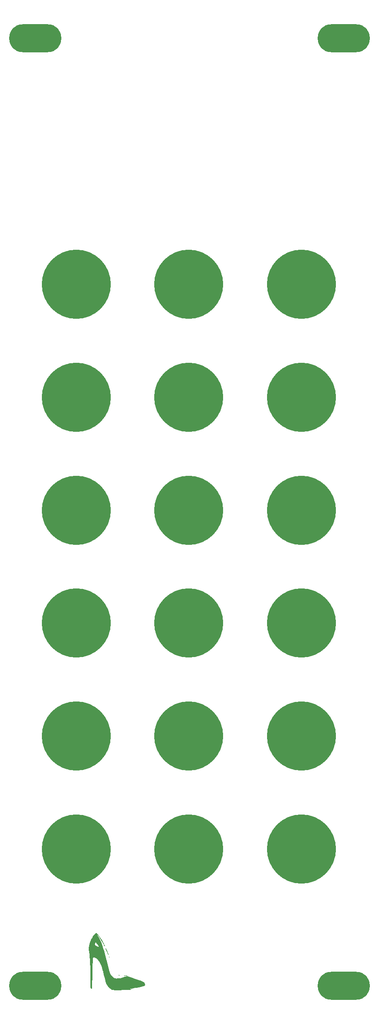
<source format=gbr>
G04 #@! TF.GenerationSoftware,KiCad,Pcbnew,(5.1.7)-1*
G04 #@! TF.CreationDate,2023-03-06T19:58:32+00:00*
G04 #@! TF.ProjectId,KOSMO-POLY6-JACKS,4b4f534d-4f2d-4504-9f4c-59362d4a4143,V0.1.0*
G04 #@! TF.SameCoordinates,Original*
G04 #@! TF.FileFunction,Soldermask,Bot*
G04 #@! TF.FilePolarity,Negative*
%FSLAX46Y46*%
G04 Gerber Fmt 4.6, Leading zero omitted, Abs format (unit mm)*
G04 Created by KiCad (PCBNEW (5.1.7)-1) date 2023-03-06 19:58:32*
%MOMM*%
%LPD*%
G01*
G04 APERTURE LIST*
%ADD10C,0.010000*%
%ADD11C,14.102000*%
%ADD12O,10.702000X5.702000*%
G04 APERTURE END LIST*
D10*
G36*
X123987132Y-190583615D02*
G01*
X124150448Y-190739238D01*
X124299122Y-190909030D01*
X124471192Y-191116659D01*
X124235807Y-190909030D01*
X124116603Y-190805853D01*
X124055389Y-190764495D01*
X124055331Y-190797835D01*
X124119595Y-190918750D01*
X124251345Y-191140118D01*
X124320868Y-191255079D01*
X124545556Y-191650521D01*
X124758207Y-192078426D01*
X124963205Y-192551827D01*
X125164934Y-193083754D01*
X125367777Y-193687238D01*
X125576119Y-194375309D01*
X125794344Y-195160998D01*
X126026836Y-196057336D01*
X126273773Y-197059926D01*
X126455349Y-197762192D01*
X126633085Y-198350032D01*
X126804735Y-198817149D01*
X126968054Y-199157247D01*
X127079995Y-199320838D01*
X127188607Y-199425548D01*
X127358267Y-199567158D01*
X127442329Y-199632282D01*
X127585298Y-199732538D01*
X127714695Y-199792772D01*
X127871985Y-199822449D01*
X128098632Y-199831032D01*
X128307452Y-199829724D01*
X128621711Y-199817305D01*
X128895155Y-199781902D01*
X129179927Y-199713183D01*
X129528168Y-199600812D01*
X129613918Y-199570816D01*
X129934043Y-199460570D01*
X130152672Y-199394792D01*
X130297589Y-199368487D01*
X130396579Y-199376665D01*
X130477427Y-199414330D01*
X130479041Y-199415344D01*
X130623426Y-199485705D01*
X130849277Y-199574161D01*
X131081232Y-199652951D01*
X131755808Y-199866943D01*
X132309766Y-200048000D01*
X132755286Y-200202234D01*
X133104548Y-200335757D01*
X133369731Y-200454684D01*
X133563014Y-200565127D01*
X133696578Y-200673199D01*
X133782603Y-200785013D01*
X133833267Y-200906682D01*
X133860750Y-201044319D01*
X133861279Y-201048267D01*
X133859969Y-201151277D01*
X133803151Y-201224745D01*
X133661620Y-201293221D01*
X133503575Y-201348963D01*
X133307026Y-201403209D01*
X133005676Y-201471976D01*
X132631515Y-201548620D01*
X132216534Y-201626497D01*
X131916668Y-201678558D01*
X131524849Y-201745664D01*
X131182322Y-201807211D01*
X130911673Y-201858904D01*
X130735488Y-201896452D01*
X130676659Y-201914239D01*
X130715224Y-201935441D01*
X130852673Y-201947172D01*
X130910514Y-201947995D01*
X131072718Y-201961246D01*
X131121720Y-201997073D01*
X131112376Y-202010529D01*
X131028304Y-202028470D01*
X130828282Y-202046493D01*
X130534778Y-202063995D01*
X130170260Y-202080371D01*
X129757195Y-202095015D01*
X129318051Y-202107322D01*
X128875297Y-202116688D01*
X128451401Y-202122509D01*
X128068829Y-202124179D01*
X127750050Y-202121093D01*
X127517532Y-202112647D01*
X127465019Y-202108713D01*
X127273390Y-202080533D01*
X127154906Y-202042384D01*
X127136273Y-202021809D01*
X127079188Y-201958935D01*
X126940652Y-201883843D01*
X126929390Y-201879094D01*
X126707086Y-201737547D01*
X126469106Y-201507249D01*
X126251129Y-201227987D01*
X126090729Y-200943851D01*
X126037109Y-200794085D01*
X125956939Y-200532723D01*
X125856659Y-200182599D01*
X125742711Y-199766548D01*
X125621532Y-199307405D01*
X125545015Y-199008821D01*
X125399184Y-198442986D01*
X125275613Y-197989372D01*
X125166847Y-197625008D01*
X125065427Y-197326924D01*
X124963899Y-197072148D01*
X124854804Y-196837709D01*
X124814349Y-196757944D01*
X124574616Y-196347583D01*
X124317040Y-195999905D01*
X124055244Y-195725717D01*
X123802853Y-195535827D01*
X123573490Y-195441041D01*
X123380779Y-195452166D01*
X123270887Y-195533600D01*
X123252584Y-195621092D01*
X123233066Y-195830110D01*
X123212879Y-196143775D01*
X123192568Y-196545205D01*
X123172681Y-197017519D01*
X123153763Y-197543835D01*
X123136362Y-198107272D01*
X123121022Y-198690950D01*
X123108292Y-199277988D01*
X123098716Y-199851503D01*
X123092842Y-200394615D01*
X123091216Y-200890443D01*
X123091841Y-201065570D01*
X123092244Y-201393967D01*
X123085850Y-201608225D01*
X123068147Y-201732602D01*
X123034620Y-201791361D01*
X122980757Y-201808761D01*
X122953421Y-201809575D01*
X122916160Y-201806765D01*
X122886010Y-201789487D01*
X122862206Y-201744470D01*
X122843982Y-201658440D01*
X122830573Y-201518127D01*
X122821214Y-201310258D01*
X122815141Y-201021562D01*
X122811587Y-200638766D01*
X122809789Y-200148599D01*
X122808980Y-199537788D01*
X122808795Y-199300719D01*
X122802289Y-198369148D01*
X122784656Y-197499127D01*
X122756587Y-196702213D01*
X122718770Y-195989959D01*
X122671897Y-195373918D01*
X122616658Y-194865646D01*
X122553743Y-194476695D01*
X122509804Y-194295846D01*
X122469969Y-194003008D01*
X122485881Y-193619934D01*
X122550528Y-193179762D01*
X122656897Y-192715630D01*
X122665226Y-192688769D01*
X123618708Y-192688769D01*
X123618744Y-192886395D01*
X123730339Y-193072249D01*
X123942802Y-193221166D01*
X124065439Y-193268489D01*
X124328877Y-193340804D01*
X124475900Y-193359062D01*
X124506300Y-193339319D01*
X124466370Y-193204779D01*
X124363830Y-193008594D01*
X124224560Y-192795566D01*
X124104274Y-192643332D01*
X123965438Y-192492257D01*
X123878621Y-192432672D01*
X123806518Y-192450327D01*
X123740922Y-192504539D01*
X123618708Y-192688769D01*
X122665226Y-192688769D01*
X122797973Y-192260674D01*
X122966745Y-191848033D01*
X123069950Y-191649168D01*
X123187071Y-191458701D01*
X123338160Y-191232336D01*
X123502634Y-190998430D01*
X123659907Y-190785342D01*
X123789395Y-190621428D01*
X123870514Y-190535047D01*
X123883532Y-190528376D01*
X123987132Y-190583615D01*
G37*
X123987132Y-190583615D02*
X124150448Y-190739238D01*
X124299122Y-190909030D01*
X124471192Y-191116659D01*
X124235807Y-190909030D01*
X124116603Y-190805853D01*
X124055389Y-190764495D01*
X124055331Y-190797835D01*
X124119595Y-190918750D01*
X124251345Y-191140118D01*
X124320868Y-191255079D01*
X124545556Y-191650521D01*
X124758207Y-192078426D01*
X124963205Y-192551827D01*
X125164934Y-193083754D01*
X125367777Y-193687238D01*
X125576119Y-194375309D01*
X125794344Y-195160998D01*
X126026836Y-196057336D01*
X126273773Y-197059926D01*
X126455349Y-197762192D01*
X126633085Y-198350032D01*
X126804735Y-198817149D01*
X126968054Y-199157247D01*
X127079995Y-199320838D01*
X127188607Y-199425548D01*
X127358267Y-199567158D01*
X127442329Y-199632282D01*
X127585298Y-199732538D01*
X127714695Y-199792772D01*
X127871985Y-199822449D01*
X128098632Y-199831032D01*
X128307452Y-199829724D01*
X128621711Y-199817305D01*
X128895155Y-199781902D01*
X129179927Y-199713183D01*
X129528168Y-199600812D01*
X129613918Y-199570816D01*
X129934043Y-199460570D01*
X130152672Y-199394792D01*
X130297589Y-199368487D01*
X130396579Y-199376665D01*
X130477427Y-199414330D01*
X130479041Y-199415344D01*
X130623426Y-199485705D01*
X130849277Y-199574161D01*
X131081232Y-199652951D01*
X131755808Y-199866943D01*
X132309766Y-200048000D01*
X132755286Y-200202234D01*
X133104548Y-200335757D01*
X133369731Y-200454684D01*
X133563014Y-200565127D01*
X133696578Y-200673199D01*
X133782603Y-200785013D01*
X133833267Y-200906682D01*
X133860750Y-201044319D01*
X133861279Y-201048267D01*
X133859969Y-201151277D01*
X133803151Y-201224745D01*
X133661620Y-201293221D01*
X133503575Y-201348963D01*
X133307026Y-201403209D01*
X133005676Y-201471976D01*
X132631515Y-201548620D01*
X132216534Y-201626497D01*
X131916668Y-201678558D01*
X131524849Y-201745664D01*
X131182322Y-201807211D01*
X130911673Y-201858904D01*
X130735488Y-201896452D01*
X130676659Y-201914239D01*
X130715224Y-201935441D01*
X130852673Y-201947172D01*
X130910514Y-201947995D01*
X131072718Y-201961246D01*
X131121720Y-201997073D01*
X131112376Y-202010529D01*
X131028304Y-202028470D01*
X130828282Y-202046493D01*
X130534778Y-202063995D01*
X130170260Y-202080371D01*
X129757195Y-202095015D01*
X129318051Y-202107322D01*
X128875297Y-202116688D01*
X128451401Y-202122509D01*
X128068829Y-202124179D01*
X127750050Y-202121093D01*
X127517532Y-202112647D01*
X127465019Y-202108713D01*
X127273390Y-202080533D01*
X127154906Y-202042384D01*
X127136273Y-202021809D01*
X127079188Y-201958935D01*
X126940652Y-201883843D01*
X126929390Y-201879094D01*
X126707086Y-201737547D01*
X126469106Y-201507249D01*
X126251129Y-201227987D01*
X126090729Y-200943851D01*
X126037109Y-200794085D01*
X125956939Y-200532723D01*
X125856659Y-200182599D01*
X125742711Y-199766548D01*
X125621532Y-199307405D01*
X125545015Y-199008821D01*
X125399184Y-198442986D01*
X125275613Y-197989372D01*
X125166847Y-197625008D01*
X125065427Y-197326924D01*
X124963899Y-197072148D01*
X124854804Y-196837709D01*
X124814349Y-196757944D01*
X124574616Y-196347583D01*
X124317040Y-195999905D01*
X124055244Y-195725717D01*
X123802853Y-195535827D01*
X123573490Y-195441041D01*
X123380779Y-195452166D01*
X123270887Y-195533600D01*
X123252584Y-195621092D01*
X123233066Y-195830110D01*
X123212879Y-196143775D01*
X123192568Y-196545205D01*
X123172681Y-197017519D01*
X123153763Y-197543835D01*
X123136362Y-198107272D01*
X123121022Y-198690950D01*
X123108292Y-199277988D01*
X123098716Y-199851503D01*
X123092842Y-200394615D01*
X123091216Y-200890443D01*
X123091841Y-201065570D01*
X123092244Y-201393967D01*
X123085850Y-201608225D01*
X123068147Y-201732602D01*
X123034620Y-201791361D01*
X122980757Y-201808761D01*
X122953421Y-201809575D01*
X122916160Y-201806765D01*
X122886010Y-201789487D01*
X122862206Y-201744470D01*
X122843982Y-201658440D01*
X122830573Y-201518127D01*
X122821214Y-201310258D01*
X122815141Y-201021562D01*
X122811587Y-200638766D01*
X122809789Y-200148599D01*
X122808980Y-199537788D01*
X122808795Y-199300719D01*
X122802289Y-198369148D01*
X122784656Y-197499127D01*
X122756587Y-196702213D01*
X122718770Y-195989959D01*
X122671897Y-195373918D01*
X122616658Y-194865646D01*
X122553743Y-194476695D01*
X122509804Y-194295846D01*
X122469969Y-194003008D01*
X122485881Y-193619934D01*
X122550528Y-193179762D01*
X122656897Y-192715630D01*
X122665226Y-192688769D01*
X123618708Y-192688769D01*
X123618744Y-192886395D01*
X123730339Y-193072249D01*
X123942802Y-193221166D01*
X124065439Y-193268489D01*
X124328877Y-193340804D01*
X124475900Y-193359062D01*
X124506300Y-193339319D01*
X124466370Y-193204779D01*
X124363830Y-193008594D01*
X124224560Y-192795566D01*
X124104274Y-192643332D01*
X123965438Y-192492257D01*
X123878621Y-192432672D01*
X123806518Y-192450327D01*
X123740922Y-192504539D01*
X123618708Y-192688769D01*
X122665226Y-192688769D01*
X122797973Y-192260674D01*
X122966745Y-191848033D01*
X123069950Y-191649168D01*
X123187071Y-191458701D01*
X123338160Y-191232336D01*
X123502634Y-190998430D01*
X123659907Y-190785342D01*
X123789395Y-190621428D01*
X123870514Y-190535047D01*
X123883532Y-190528376D01*
X123987132Y-190583615D01*
G36*
X130153409Y-199197369D02*
G01*
X130162658Y-199198303D01*
X130228148Y-199211136D01*
X130168853Y-199220871D01*
X129998400Y-199225813D01*
X129939270Y-199226102D01*
X129737233Y-199223052D01*
X129637286Y-199214468D01*
X129655730Y-199202050D01*
X129678189Y-199198861D01*
X129907058Y-199187242D01*
X130153409Y-199197369D01*
G37*
X130153409Y-199197369D02*
X130162658Y-199198303D01*
X130228148Y-199211136D01*
X130168853Y-199220871D01*
X129998400Y-199225813D01*
X129939270Y-199226102D01*
X129737233Y-199223052D01*
X129637286Y-199214468D01*
X129655730Y-199202050D01*
X129678189Y-199198861D01*
X129907058Y-199187242D01*
X130153409Y-199197369D01*
G36*
X128658888Y-199144997D02*
G01*
X128624283Y-199179602D01*
X128589679Y-199144997D01*
X128624283Y-199110392D01*
X128658888Y-199144997D01*
G37*
X128658888Y-199144997D02*
X128624283Y-199179602D01*
X128589679Y-199144997D01*
X128624283Y-199110392D01*
X128658888Y-199144997D01*
G36*
X126651804Y-195407668D02*
G01*
X126617199Y-195442273D01*
X126582594Y-195407668D01*
X126617199Y-195373063D01*
X126651804Y-195407668D01*
G37*
X126651804Y-195407668D02*
X126617199Y-195442273D01*
X126582594Y-195407668D01*
X126617199Y-195373063D01*
X126651804Y-195407668D01*
G36*
X126444174Y-194853989D02*
G01*
X126409570Y-194888594D01*
X126374965Y-194853989D01*
X126409570Y-194819384D01*
X126444174Y-194853989D01*
G37*
X126444174Y-194853989D02*
X126409570Y-194888594D01*
X126374965Y-194853989D01*
X126409570Y-194819384D01*
X126444174Y-194853989D01*
G36*
X126374965Y-194715570D02*
G01*
X126340360Y-194750174D01*
X126305755Y-194715570D01*
X126340360Y-194680965D01*
X126374965Y-194715570D01*
G37*
X126374965Y-194715570D02*
X126340360Y-194750174D01*
X126305755Y-194715570D01*
X126340360Y-194680965D01*
X126374965Y-194715570D01*
G36*
X126282685Y-194496405D02*
G01*
X126290968Y-194578541D01*
X126282685Y-194588685D01*
X126241540Y-194579185D01*
X126236545Y-194542545D01*
X126261868Y-194485578D01*
X126282685Y-194496405D01*
G37*
X126282685Y-194496405D02*
X126290968Y-194578541D01*
X126282685Y-194588685D01*
X126241540Y-194579185D01*
X126236545Y-194542545D01*
X126261868Y-194485578D01*
X126282685Y-194496405D01*
G36*
X126236545Y-194369521D02*
G01*
X126201940Y-194404125D01*
X126167335Y-194369521D01*
X126201940Y-194334916D01*
X126236545Y-194369521D01*
G37*
X126236545Y-194369521D02*
X126201940Y-194404125D01*
X126167335Y-194369521D01*
X126201940Y-194334916D01*
X126236545Y-194369521D01*
G36*
X126167335Y-194231101D02*
G01*
X126132730Y-194265706D01*
X126098125Y-194231101D01*
X126132730Y-194196496D01*
X126167335Y-194231101D01*
G37*
X126167335Y-194231101D02*
X126132730Y-194265706D01*
X126098125Y-194231101D01*
X126132730Y-194196496D01*
X126167335Y-194231101D01*
G36*
X126075056Y-194011937D02*
G01*
X126083339Y-194094072D01*
X126075056Y-194104216D01*
X126033910Y-194094716D01*
X126028916Y-194058076D01*
X126054238Y-194001109D01*
X126075056Y-194011937D01*
G37*
X126075056Y-194011937D02*
X126083339Y-194094072D01*
X126075056Y-194104216D01*
X126033910Y-194094716D01*
X126028916Y-194058076D01*
X126054238Y-194001109D01*
X126075056Y-194011937D01*
G36*
X126028916Y-193885052D02*
G01*
X125994311Y-193919657D01*
X125959706Y-193885052D01*
X125994311Y-193850447D01*
X126028916Y-193885052D01*
G37*
X126028916Y-193885052D02*
X125994311Y-193919657D01*
X125959706Y-193885052D01*
X125994311Y-193850447D01*
X126028916Y-193885052D01*
G36*
X125959706Y-193746632D02*
G01*
X125925101Y-193781237D01*
X125890496Y-193746632D01*
X125925101Y-193712027D01*
X125959706Y-193746632D01*
G37*
X125959706Y-193746632D02*
X125925101Y-193781237D01*
X125890496Y-193746632D01*
X125925101Y-193712027D01*
X125959706Y-193746632D01*
G36*
X125682867Y-193123744D02*
G01*
X125648262Y-193158349D01*
X125613657Y-193123744D01*
X125648262Y-193089139D01*
X125682867Y-193123744D01*
G37*
X125682867Y-193123744D02*
X125648262Y-193158349D01*
X125613657Y-193123744D01*
X125648262Y-193089139D01*
X125682867Y-193123744D01*
G36*
X125613657Y-192985324D02*
G01*
X125579052Y-193019929D01*
X125544447Y-192985324D01*
X125579052Y-192950719D01*
X125613657Y-192985324D01*
G37*
X125613657Y-192985324D02*
X125579052Y-193019929D01*
X125544447Y-192985324D01*
X125579052Y-192950719D01*
X125613657Y-192985324D01*
G36*
X125544447Y-192846905D02*
G01*
X125509842Y-192881510D01*
X125475237Y-192846905D01*
X125509842Y-192812300D01*
X125544447Y-192846905D01*
G37*
X125544447Y-192846905D02*
X125509842Y-192881510D01*
X125475237Y-192846905D01*
X125509842Y-192812300D01*
X125544447Y-192846905D01*
G36*
X125475237Y-192708485D02*
G01*
X125440632Y-192743090D01*
X125406027Y-192708485D01*
X125440632Y-192673880D01*
X125475237Y-192708485D01*
G37*
X125475237Y-192708485D02*
X125440632Y-192743090D01*
X125406027Y-192708485D01*
X125440632Y-192673880D01*
X125475237Y-192708485D01*
G36*
X125406027Y-192570065D02*
G01*
X125371422Y-192604670D01*
X125336818Y-192570065D01*
X125371422Y-192535461D01*
X125406027Y-192570065D01*
G37*
X125406027Y-192570065D02*
X125371422Y-192604670D01*
X125336818Y-192570065D01*
X125371422Y-192535461D01*
X125406027Y-192570065D01*
G36*
X124718676Y-191482335D02*
G01*
X124819823Y-191625530D01*
X124951971Y-191828434D01*
X124972232Y-191860665D01*
X125141726Y-192132090D01*
X125249374Y-192307313D01*
X125306976Y-192407337D01*
X125326332Y-192453162D01*
X125319243Y-192465788D01*
X125312501Y-192466251D01*
X125262861Y-192412019D01*
X125161714Y-192268825D01*
X125029566Y-192065920D01*
X125009305Y-192033689D01*
X124839811Y-191762265D01*
X124732163Y-191587041D01*
X124674561Y-191487017D01*
X124655205Y-191441193D01*
X124662294Y-191428566D01*
X124669036Y-191428104D01*
X124718676Y-191482335D01*
G37*
X124718676Y-191482335D02*
X124819823Y-191625530D01*
X124951971Y-191828434D01*
X124972232Y-191860665D01*
X125141726Y-192132090D01*
X125249374Y-192307313D01*
X125306976Y-192407337D01*
X125326332Y-192453162D01*
X125319243Y-192465788D01*
X125312501Y-192466251D01*
X125262861Y-192412019D01*
X125161714Y-192268825D01*
X125029566Y-192065920D01*
X125009305Y-192033689D01*
X124839811Y-191762265D01*
X124732163Y-191587041D01*
X124674561Y-191487017D01*
X124655205Y-191441193D01*
X124662294Y-191428566D01*
X124669036Y-191428104D01*
X124718676Y-191482335D01*
G36*
X124495606Y-191179260D02*
G01*
X124569323Y-191243597D01*
X124575510Y-191259164D01*
X124542664Y-191287610D01*
X124474281Y-191223869D01*
X124465086Y-191209781D01*
X124456929Y-191162421D01*
X124495606Y-191179260D01*
G37*
X124495606Y-191179260D02*
X124569323Y-191243597D01*
X124575510Y-191259164D01*
X124542664Y-191287610D01*
X124474281Y-191223869D01*
X124465086Y-191209781D01*
X124456929Y-191162421D01*
X124495606Y-191179260D01*
G36*
X123987132Y-190583615D02*
G01*
X124150448Y-190739238D01*
X124299122Y-190909030D01*
X124471192Y-191116659D01*
X124235807Y-190909030D01*
X124116603Y-190805853D01*
X124055389Y-190764495D01*
X124055331Y-190797835D01*
X124119595Y-190918750D01*
X124251345Y-191140118D01*
X124320868Y-191255079D01*
X124545556Y-191650521D01*
X124758207Y-192078426D01*
X124963205Y-192551827D01*
X125164934Y-193083754D01*
X125367777Y-193687238D01*
X125576119Y-194375309D01*
X125794344Y-195160998D01*
X126026836Y-196057336D01*
X126273773Y-197059926D01*
X126455349Y-197762192D01*
X126633085Y-198350032D01*
X126804735Y-198817149D01*
X126968054Y-199157247D01*
X127079995Y-199320838D01*
X127188607Y-199425548D01*
X127358267Y-199567158D01*
X127442329Y-199632282D01*
X127585298Y-199732538D01*
X127714695Y-199792772D01*
X127871985Y-199822449D01*
X128098632Y-199831032D01*
X128307452Y-199829724D01*
X128621711Y-199817305D01*
X128895155Y-199781902D01*
X129179927Y-199713183D01*
X129528168Y-199600812D01*
X129613918Y-199570816D01*
X129934043Y-199460570D01*
X130152672Y-199394792D01*
X130297589Y-199368487D01*
X130396579Y-199376665D01*
X130477427Y-199414330D01*
X130479041Y-199415344D01*
X130623426Y-199485705D01*
X130849277Y-199574161D01*
X131081232Y-199652951D01*
X131755808Y-199866943D01*
X132309766Y-200048000D01*
X132755286Y-200202234D01*
X133104548Y-200335757D01*
X133369731Y-200454684D01*
X133563014Y-200565127D01*
X133696578Y-200673199D01*
X133782603Y-200785013D01*
X133833267Y-200906682D01*
X133860750Y-201044319D01*
X133861279Y-201048267D01*
X133859969Y-201151277D01*
X133803151Y-201224745D01*
X133661620Y-201293221D01*
X133503575Y-201348963D01*
X133307026Y-201403209D01*
X133005676Y-201471976D01*
X132631515Y-201548620D01*
X132216534Y-201626497D01*
X131916668Y-201678558D01*
X131524849Y-201745664D01*
X131182322Y-201807211D01*
X130911673Y-201858904D01*
X130735488Y-201896452D01*
X130676659Y-201914239D01*
X130715224Y-201935441D01*
X130852673Y-201947172D01*
X130910514Y-201947995D01*
X131072718Y-201961246D01*
X131121720Y-201997073D01*
X131112376Y-202010529D01*
X131028304Y-202028470D01*
X130828282Y-202046493D01*
X130534778Y-202063995D01*
X130170260Y-202080371D01*
X129757195Y-202095015D01*
X129318051Y-202107322D01*
X128875297Y-202116688D01*
X128451401Y-202122509D01*
X128068829Y-202124179D01*
X127750050Y-202121093D01*
X127517532Y-202112647D01*
X127465019Y-202108713D01*
X127273390Y-202080533D01*
X127154906Y-202042384D01*
X127136273Y-202021809D01*
X127079188Y-201958935D01*
X126940652Y-201883843D01*
X126929390Y-201879094D01*
X126707086Y-201737547D01*
X126469106Y-201507249D01*
X126251129Y-201227987D01*
X126090729Y-200943851D01*
X126037109Y-200794085D01*
X125956939Y-200532723D01*
X125856659Y-200182599D01*
X125742711Y-199766548D01*
X125621532Y-199307405D01*
X125545015Y-199008821D01*
X125399184Y-198442986D01*
X125275613Y-197989372D01*
X125166847Y-197625008D01*
X125065427Y-197326924D01*
X124963899Y-197072148D01*
X124854804Y-196837709D01*
X124814349Y-196757944D01*
X124574616Y-196347583D01*
X124317040Y-195999905D01*
X124055244Y-195725717D01*
X123802853Y-195535827D01*
X123573490Y-195441041D01*
X123380779Y-195452166D01*
X123270887Y-195533600D01*
X123252584Y-195621092D01*
X123233066Y-195830110D01*
X123212879Y-196143775D01*
X123192568Y-196545205D01*
X123172681Y-197017519D01*
X123153763Y-197543835D01*
X123136362Y-198107272D01*
X123121022Y-198690950D01*
X123108292Y-199277988D01*
X123098716Y-199851503D01*
X123092842Y-200394615D01*
X123091216Y-200890443D01*
X123091841Y-201065570D01*
X123092244Y-201393967D01*
X123085850Y-201608225D01*
X123068147Y-201732602D01*
X123034620Y-201791361D01*
X122980757Y-201808761D01*
X122953421Y-201809575D01*
X122916160Y-201806765D01*
X122886010Y-201789487D01*
X122862206Y-201744470D01*
X122843982Y-201658440D01*
X122830573Y-201518127D01*
X122821214Y-201310258D01*
X122815141Y-201021562D01*
X122811587Y-200638766D01*
X122809789Y-200148599D01*
X122808980Y-199537788D01*
X122808795Y-199300719D01*
X122802289Y-198369148D01*
X122784656Y-197499127D01*
X122756587Y-196702213D01*
X122718770Y-195989959D01*
X122671897Y-195373918D01*
X122616658Y-194865646D01*
X122553743Y-194476695D01*
X122509804Y-194295846D01*
X122469969Y-194003008D01*
X122485881Y-193619934D01*
X122550528Y-193179762D01*
X122656897Y-192715630D01*
X122665226Y-192688769D01*
X123618708Y-192688769D01*
X123618744Y-192886395D01*
X123730339Y-193072249D01*
X123942802Y-193221166D01*
X124065439Y-193268489D01*
X124328877Y-193340804D01*
X124475900Y-193359062D01*
X124506300Y-193339319D01*
X124466370Y-193204779D01*
X124363830Y-193008594D01*
X124224560Y-192795566D01*
X124104274Y-192643332D01*
X123965438Y-192492257D01*
X123878621Y-192432672D01*
X123806518Y-192450327D01*
X123740922Y-192504539D01*
X123618708Y-192688769D01*
X122665226Y-192688769D01*
X122797973Y-192260674D01*
X122966745Y-191848033D01*
X123069950Y-191649168D01*
X123187071Y-191458701D01*
X123338160Y-191232336D01*
X123502634Y-190998430D01*
X123659907Y-190785342D01*
X123789395Y-190621428D01*
X123870514Y-190535047D01*
X123883532Y-190528376D01*
X123987132Y-190583615D01*
G37*
X123987132Y-190583615D02*
X124150448Y-190739238D01*
X124299122Y-190909030D01*
X124471192Y-191116659D01*
X124235807Y-190909030D01*
X124116603Y-190805853D01*
X124055389Y-190764495D01*
X124055331Y-190797835D01*
X124119595Y-190918750D01*
X124251345Y-191140118D01*
X124320868Y-191255079D01*
X124545556Y-191650521D01*
X124758207Y-192078426D01*
X124963205Y-192551827D01*
X125164934Y-193083754D01*
X125367777Y-193687238D01*
X125576119Y-194375309D01*
X125794344Y-195160998D01*
X126026836Y-196057336D01*
X126273773Y-197059926D01*
X126455349Y-197762192D01*
X126633085Y-198350032D01*
X126804735Y-198817149D01*
X126968054Y-199157247D01*
X127079995Y-199320838D01*
X127188607Y-199425548D01*
X127358267Y-199567158D01*
X127442329Y-199632282D01*
X127585298Y-199732538D01*
X127714695Y-199792772D01*
X127871985Y-199822449D01*
X128098632Y-199831032D01*
X128307452Y-199829724D01*
X128621711Y-199817305D01*
X128895155Y-199781902D01*
X129179927Y-199713183D01*
X129528168Y-199600812D01*
X129613918Y-199570816D01*
X129934043Y-199460570D01*
X130152672Y-199394792D01*
X130297589Y-199368487D01*
X130396579Y-199376665D01*
X130477427Y-199414330D01*
X130479041Y-199415344D01*
X130623426Y-199485705D01*
X130849277Y-199574161D01*
X131081232Y-199652951D01*
X131755808Y-199866943D01*
X132309766Y-200048000D01*
X132755286Y-200202234D01*
X133104548Y-200335757D01*
X133369731Y-200454684D01*
X133563014Y-200565127D01*
X133696578Y-200673199D01*
X133782603Y-200785013D01*
X133833267Y-200906682D01*
X133860750Y-201044319D01*
X133861279Y-201048267D01*
X133859969Y-201151277D01*
X133803151Y-201224745D01*
X133661620Y-201293221D01*
X133503575Y-201348963D01*
X133307026Y-201403209D01*
X133005676Y-201471976D01*
X132631515Y-201548620D01*
X132216534Y-201626497D01*
X131916668Y-201678558D01*
X131524849Y-201745664D01*
X131182322Y-201807211D01*
X130911673Y-201858904D01*
X130735488Y-201896452D01*
X130676659Y-201914239D01*
X130715224Y-201935441D01*
X130852673Y-201947172D01*
X130910514Y-201947995D01*
X131072718Y-201961246D01*
X131121720Y-201997073D01*
X131112376Y-202010529D01*
X131028304Y-202028470D01*
X130828282Y-202046493D01*
X130534778Y-202063995D01*
X130170260Y-202080371D01*
X129757195Y-202095015D01*
X129318051Y-202107322D01*
X128875297Y-202116688D01*
X128451401Y-202122509D01*
X128068829Y-202124179D01*
X127750050Y-202121093D01*
X127517532Y-202112647D01*
X127465019Y-202108713D01*
X127273390Y-202080533D01*
X127154906Y-202042384D01*
X127136273Y-202021809D01*
X127079188Y-201958935D01*
X126940652Y-201883843D01*
X126929390Y-201879094D01*
X126707086Y-201737547D01*
X126469106Y-201507249D01*
X126251129Y-201227987D01*
X126090729Y-200943851D01*
X126037109Y-200794085D01*
X125956939Y-200532723D01*
X125856659Y-200182599D01*
X125742711Y-199766548D01*
X125621532Y-199307405D01*
X125545015Y-199008821D01*
X125399184Y-198442986D01*
X125275613Y-197989372D01*
X125166847Y-197625008D01*
X125065427Y-197326924D01*
X124963899Y-197072148D01*
X124854804Y-196837709D01*
X124814349Y-196757944D01*
X124574616Y-196347583D01*
X124317040Y-195999905D01*
X124055244Y-195725717D01*
X123802853Y-195535827D01*
X123573490Y-195441041D01*
X123380779Y-195452166D01*
X123270887Y-195533600D01*
X123252584Y-195621092D01*
X123233066Y-195830110D01*
X123212879Y-196143775D01*
X123192568Y-196545205D01*
X123172681Y-197017519D01*
X123153763Y-197543835D01*
X123136362Y-198107272D01*
X123121022Y-198690950D01*
X123108292Y-199277988D01*
X123098716Y-199851503D01*
X123092842Y-200394615D01*
X123091216Y-200890443D01*
X123091841Y-201065570D01*
X123092244Y-201393967D01*
X123085850Y-201608225D01*
X123068147Y-201732602D01*
X123034620Y-201791361D01*
X122980757Y-201808761D01*
X122953421Y-201809575D01*
X122916160Y-201806765D01*
X122886010Y-201789487D01*
X122862206Y-201744470D01*
X122843982Y-201658440D01*
X122830573Y-201518127D01*
X122821214Y-201310258D01*
X122815141Y-201021562D01*
X122811587Y-200638766D01*
X122809789Y-200148599D01*
X122808980Y-199537788D01*
X122808795Y-199300719D01*
X122802289Y-198369148D01*
X122784656Y-197499127D01*
X122756587Y-196702213D01*
X122718770Y-195989959D01*
X122671897Y-195373918D01*
X122616658Y-194865646D01*
X122553743Y-194476695D01*
X122509804Y-194295846D01*
X122469969Y-194003008D01*
X122485881Y-193619934D01*
X122550528Y-193179762D01*
X122656897Y-192715630D01*
X122665226Y-192688769D01*
X123618708Y-192688769D01*
X123618744Y-192886395D01*
X123730339Y-193072249D01*
X123942802Y-193221166D01*
X124065439Y-193268489D01*
X124328877Y-193340804D01*
X124475900Y-193359062D01*
X124506300Y-193339319D01*
X124466370Y-193204779D01*
X124363830Y-193008594D01*
X124224560Y-192795566D01*
X124104274Y-192643332D01*
X123965438Y-192492257D01*
X123878621Y-192432672D01*
X123806518Y-192450327D01*
X123740922Y-192504539D01*
X123618708Y-192688769D01*
X122665226Y-192688769D01*
X122797973Y-192260674D01*
X122966745Y-191848033D01*
X123069950Y-191649168D01*
X123187071Y-191458701D01*
X123338160Y-191232336D01*
X123502634Y-190998430D01*
X123659907Y-190785342D01*
X123789395Y-190621428D01*
X123870514Y-190535047D01*
X123883532Y-190528376D01*
X123987132Y-190583615D01*
G36*
X130153409Y-199197369D02*
G01*
X130162658Y-199198303D01*
X130228148Y-199211136D01*
X130168853Y-199220871D01*
X129998400Y-199225813D01*
X129939270Y-199226102D01*
X129737233Y-199223052D01*
X129637286Y-199214468D01*
X129655730Y-199202050D01*
X129678189Y-199198861D01*
X129907058Y-199187242D01*
X130153409Y-199197369D01*
G37*
X130153409Y-199197369D02*
X130162658Y-199198303D01*
X130228148Y-199211136D01*
X130168853Y-199220871D01*
X129998400Y-199225813D01*
X129939270Y-199226102D01*
X129737233Y-199223052D01*
X129637286Y-199214468D01*
X129655730Y-199202050D01*
X129678189Y-199198861D01*
X129907058Y-199187242D01*
X130153409Y-199197369D01*
G36*
X128658888Y-199144997D02*
G01*
X128624283Y-199179602D01*
X128589679Y-199144997D01*
X128624283Y-199110392D01*
X128658888Y-199144997D01*
G37*
X128658888Y-199144997D02*
X128624283Y-199179602D01*
X128589679Y-199144997D01*
X128624283Y-199110392D01*
X128658888Y-199144997D01*
G36*
X126651804Y-195407668D02*
G01*
X126617199Y-195442273D01*
X126582594Y-195407668D01*
X126617199Y-195373063D01*
X126651804Y-195407668D01*
G37*
X126651804Y-195407668D02*
X126617199Y-195442273D01*
X126582594Y-195407668D01*
X126617199Y-195373063D01*
X126651804Y-195407668D01*
G36*
X126444174Y-194853989D02*
G01*
X126409570Y-194888594D01*
X126374965Y-194853989D01*
X126409570Y-194819384D01*
X126444174Y-194853989D01*
G37*
X126444174Y-194853989D02*
X126409570Y-194888594D01*
X126374965Y-194853989D01*
X126409570Y-194819384D01*
X126444174Y-194853989D01*
G36*
X126374965Y-194715570D02*
G01*
X126340360Y-194750174D01*
X126305755Y-194715570D01*
X126340360Y-194680965D01*
X126374965Y-194715570D01*
G37*
X126374965Y-194715570D02*
X126340360Y-194750174D01*
X126305755Y-194715570D01*
X126340360Y-194680965D01*
X126374965Y-194715570D01*
G36*
X126282685Y-194496405D02*
G01*
X126290968Y-194578541D01*
X126282685Y-194588685D01*
X126241540Y-194579185D01*
X126236545Y-194542545D01*
X126261868Y-194485578D01*
X126282685Y-194496405D01*
G37*
X126282685Y-194496405D02*
X126290968Y-194578541D01*
X126282685Y-194588685D01*
X126241540Y-194579185D01*
X126236545Y-194542545D01*
X126261868Y-194485578D01*
X126282685Y-194496405D01*
G36*
X126236545Y-194369521D02*
G01*
X126201940Y-194404125D01*
X126167335Y-194369521D01*
X126201940Y-194334916D01*
X126236545Y-194369521D01*
G37*
X126236545Y-194369521D02*
X126201940Y-194404125D01*
X126167335Y-194369521D01*
X126201940Y-194334916D01*
X126236545Y-194369521D01*
G36*
X126167335Y-194231101D02*
G01*
X126132730Y-194265706D01*
X126098125Y-194231101D01*
X126132730Y-194196496D01*
X126167335Y-194231101D01*
G37*
X126167335Y-194231101D02*
X126132730Y-194265706D01*
X126098125Y-194231101D01*
X126132730Y-194196496D01*
X126167335Y-194231101D01*
G36*
X126075056Y-194011937D02*
G01*
X126083339Y-194094072D01*
X126075056Y-194104216D01*
X126033910Y-194094716D01*
X126028916Y-194058076D01*
X126054238Y-194001109D01*
X126075056Y-194011937D01*
G37*
X126075056Y-194011937D02*
X126083339Y-194094072D01*
X126075056Y-194104216D01*
X126033910Y-194094716D01*
X126028916Y-194058076D01*
X126054238Y-194001109D01*
X126075056Y-194011937D01*
G36*
X126028916Y-193885052D02*
G01*
X125994311Y-193919657D01*
X125959706Y-193885052D01*
X125994311Y-193850447D01*
X126028916Y-193885052D01*
G37*
X126028916Y-193885052D02*
X125994311Y-193919657D01*
X125959706Y-193885052D01*
X125994311Y-193850447D01*
X126028916Y-193885052D01*
G36*
X125959706Y-193746632D02*
G01*
X125925101Y-193781237D01*
X125890496Y-193746632D01*
X125925101Y-193712027D01*
X125959706Y-193746632D01*
G37*
X125959706Y-193746632D02*
X125925101Y-193781237D01*
X125890496Y-193746632D01*
X125925101Y-193712027D01*
X125959706Y-193746632D01*
G36*
X125682867Y-193123744D02*
G01*
X125648262Y-193158349D01*
X125613657Y-193123744D01*
X125648262Y-193089139D01*
X125682867Y-193123744D01*
G37*
X125682867Y-193123744D02*
X125648262Y-193158349D01*
X125613657Y-193123744D01*
X125648262Y-193089139D01*
X125682867Y-193123744D01*
G36*
X125613657Y-192985324D02*
G01*
X125579052Y-193019929D01*
X125544447Y-192985324D01*
X125579052Y-192950719D01*
X125613657Y-192985324D01*
G37*
X125613657Y-192985324D02*
X125579052Y-193019929D01*
X125544447Y-192985324D01*
X125579052Y-192950719D01*
X125613657Y-192985324D01*
G36*
X125544447Y-192846905D02*
G01*
X125509842Y-192881510D01*
X125475237Y-192846905D01*
X125509842Y-192812300D01*
X125544447Y-192846905D01*
G37*
X125544447Y-192846905D02*
X125509842Y-192881510D01*
X125475237Y-192846905D01*
X125509842Y-192812300D01*
X125544447Y-192846905D01*
G36*
X125475237Y-192708485D02*
G01*
X125440632Y-192743090D01*
X125406027Y-192708485D01*
X125440632Y-192673880D01*
X125475237Y-192708485D01*
G37*
X125475237Y-192708485D02*
X125440632Y-192743090D01*
X125406027Y-192708485D01*
X125440632Y-192673880D01*
X125475237Y-192708485D01*
G36*
X125406027Y-192570065D02*
G01*
X125371422Y-192604670D01*
X125336818Y-192570065D01*
X125371422Y-192535461D01*
X125406027Y-192570065D01*
G37*
X125406027Y-192570065D02*
X125371422Y-192604670D01*
X125336818Y-192570065D01*
X125371422Y-192535461D01*
X125406027Y-192570065D01*
G36*
X124718676Y-191482335D02*
G01*
X124819823Y-191625530D01*
X124951971Y-191828434D01*
X124972232Y-191860665D01*
X125141726Y-192132090D01*
X125249374Y-192307313D01*
X125306976Y-192407337D01*
X125326332Y-192453162D01*
X125319243Y-192465788D01*
X125312501Y-192466251D01*
X125262861Y-192412019D01*
X125161714Y-192268825D01*
X125029566Y-192065920D01*
X125009305Y-192033689D01*
X124839811Y-191762265D01*
X124732163Y-191587041D01*
X124674561Y-191487017D01*
X124655205Y-191441193D01*
X124662294Y-191428566D01*
X124669036Y-191428104D01*
X124718676Y-191482335D01*
G37*
X124718676Y-191482335D02*
X124819823Y-191625530D01*
X124951971Y-191828434D01*
X124972232Y-191860665D01*
X125141726Y-192132090D01*
X125249374Y-192307313D01*
X125306976Y-192407337D01*
X125326332Y-192453162D01*
X125319243Y-192465788D01*
X125312501Y-192466251D01*
X125262861Y-192412019D01*
X125161714Y-192268825D01*
X125029566Y-192065920D01*
X125009305Y-192033689D01*
X124839811Y-191762265D01*
X124732163Y-191587041D01*
X124674561Y-191487017D01*
X124655205Y-191441193D01*
X124662294Y-191428566D01*
X124669036Y-191428104D01*
X124718676Y-191482335D01*
G36*
X124495606Y-191179260D02*
G01*
X124569323Y-191243597D01*
X124575510Y-191259164D01*
X124542664Y-191287610D01*
X124474281Y-191223869D01*
X124465086Y-191209781D01*
X124456929Y-191162421D01*
X124495606Y-191179260D01*
G37*
X124495606Y-191179260D02*
X124569323Y-191243597D01*
X124575510Y-191259164D01*
X124542664Y-191287610D01*
X124474281Y-191223869D01*
X124465086Y-191209781D01*
X124456929Y-191162421D01*
X124495606Y-191179260D01*
D11*
X119885000Y-173421000D03*
X165885000Y-150421000D03*
X142885000Y-150421000D03*
X119885000Y-150421000D03*
X165885000Y-173421000D03*
X165885000Y-127421000D03*
X142885000Y-173421000D03*
X142885000Y-127421000D03*
X119885000Y-127421000D03*
X119885000Y-104421000D03*
X165885000Y-104421000D03*
X142885000Y-104421000D03*
X165885000Y-81421000D03*
X142885000Y-81421000D03*
X119885000Y-81421000D03*
X165885000Y-58421000D03*
X142885000Y-58421000D03*
X119885000Y-58421000D03*
D12*
X174539000Y-201282000D03*
X111539000Y-201282000D03*
X111539000Y-8282000D03*
X174539000Y-8282000D03*
M02*

</source>
